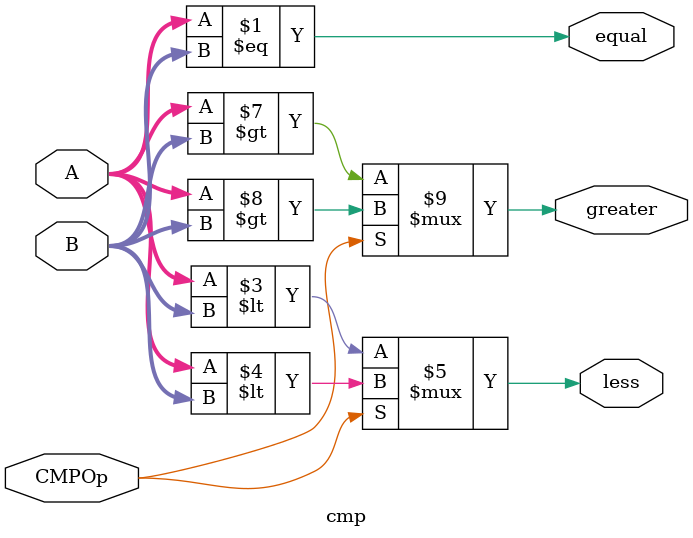
<source format=v>
module cmp(	// file.cleaned.mlir:2:3
  input  [31:0] A,	// file.cleaned.mlir:2:21
                B,	// file.cleaned.mlir:2:34
  input         CMPOp,	// file.cleaned.mlir:2:47
  output        equal,	// file.cleaned.mlir:2:64
                less,	// file.cleaned.mlir:2:80
                greater	// file.cleaned.mlir:2:95
);

  assign equal = A == B;	// file.cleaned.mlir:4:10, :12:5
  assign less = ~CMPOp ? $signed(A) < $signed(B) : A < B;	// file.cleaned.mlir:5:10, :6:10, :7:10, :8:10, :12:5
  assign greater = ~CMPOp ? $signed(A) > $signed(B) : A > B;	// file.cleaned.mlir:5:10, :9:10, :10:10, :11:10, :12:5
endmodule


</source>
